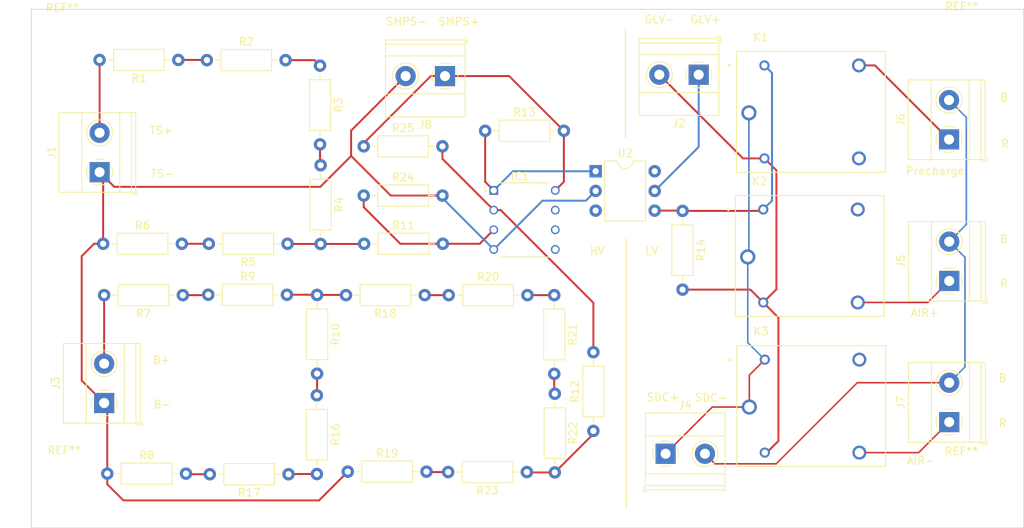
<source format=kicad_pcb>
(kicad_pcb (version 20221018) (generator pcbnew)
  (layers (0 "F.Cu" signal) (31 "B.Cu" signal) (34 "B.Paste" user) (35 "F.Paste" user) (36 "B.SilkS" user "B.Silkscreen") (37 "F.SilkS" user "F.Silkscreen") (38 "B.Mask" user) (39 "F.Mask" user) (44 "Edge.Cuts" user))
  (net 0 "")
  (net 1 "GND")
  (net 2 "VCC")
  (net 3 "Net-(IC1-1OUT)")
  (net 4 "Net-(J1-Pin_2)")
  (net 5 "SDC-")
  (net 6 "Net-(J3-Pin_2)")
  (net 7 "SDC+")
  (net 8 "AIR+")
  (net 9 "precharge")
  (net 10 "AIR-")
  (net 12 "rpower")
  (net 15 "+12V")
  (net 16 "Net-(R1-Pad1)")
  (net 17 "Net-(R2-Pad2)")
  (net 18 "Net-(R3-Pad2)")
  (net 19 "Net-(R11-Pad1)")
  (net 20 "Net-(R5-Pad2)")
  (net 21 "Net-(R7-Pad1)")
  (net 22 "Net-(R17-Pad2)")
  (net 23 "Net-(R10-Pad1)")
  (net 24 "Net-(R10-Pad2)")
  (net 25 "Net-(R12-Pad1)")
  (net 26 "Net-(R16-Pad2)")
  (net 27 "Net-(R18-Pad1)")
  (net 28 "Net-(R19-Pad2)")
  (net 29 "Net-(R20-Pad2)")
  (net 30 "Net-(R21-Pad2)")
  (net 33 "Net-(IC1-1IN-)")
  (net 34 "Net-(IC1-1IN+)")
  (net 38 "GND1")
  (footprint "Resistor_THT:R_Axial_DIN0207_L6.3mm_D2.5mm_P10.16mm_Horizontal" (layer "F.Cu") (at 101.0666 84.5058 90)
    (fp_text reference "R12" (at 5.08 -2.37 90) (layer "F.SilkS"))
    (fp_text value "100")
    (pad "1" thru_hole circle (at 0 0 90) (size 1.6 1.6) (drill 0.8) (layers "*.Cu" "*.Mask") (net 25 "Net-(R12-Pad1)"))
    (pad "2" thru_hole oval (at 10.16 0 90) (size 1.6 1.6) (drill 0.8) (layers "*.Cu" "*.Mask") (net 33 "Net-(IC1-1IN-)"))
  )
  (footprint "Resistor_THT:R_Axial_DIN0207_L6.3mm_D2.5mm_P10.16mm_Horizontal" (layer "F.Cu") (at 87.0966 45.7708)
    (fp_text reference "R13" (at 5.08 -2.37) (layer "F.SilkS"))
    (fp_text value "10k")
    (pad "1" thru_hole circle (at 0 0) (size 1.6 1.6) (drill 0.8) (layers "*.Cu" "*.Mask") (net 3 "Net-(IC1-1OUT)"))
    (pad "2" thru_hole oval (at 10.16 0) (size 1.6 1.6) (drill 0.8) (layers "*.Cu" "*.Mask") (net 15 "+12V"))
  )
  (footprint "TerminalBlock_Phoenix:TerminalBlock_Phoenix_MKDS-1,5-2-5.08_1x02_P5.08mm_Horizontal" (layer "F.Cu") (at 114.6556 38.5318 180)
    (fp_text reference "J2" (at 2.54 -6.26) (layer "F.SilkS"))
    (fp_text value "Screw_Terminal_01x02")
    (pad "1" thru_hole rect (at 0 0 180) (size 2.6 2.6) (drill 1.3) (layers "*.Cu" "*.Mask") (net 2 "VCC"))
    (pad "2" thru_hole circle (at 5.08 0 180) (size 2.6 2.6) (drill 1.3) (layers "*.Cu" "*.Mask") (net 38 "GND1"))
  )
  (footprint "Resistor_THT:R_Axial_DIN0207_L6.3mm_D2.5mm_P10.16mm_Horizontal" (layer "F.Cu") (at 65.786 37.3634 -90)
    (fp_text reference "R3" (at 5.08 -2.37 90) (layer "F.SilkS"))
    (fp_text value "82k")
    (pad "1" thru_hole circle (at 0 0 270) (size 1.6 1.6) (drill 0.8) (layers "*.Cu" "*.Mask") (net 17 "Net-(R2-Pad2)"))
    (pad "2" thru_hole oval (at 10.16 0 270) (size 1.6 1.6) (drill 0.8) (layers "*.Cu" "*.Mask") (net 18 "Net-(R3-Pad2)"))
  )
  (footprint "TerminalBlock_Phoenix:TerminalBlock_Phoenix_MKDS-1,5-2-5.08_1x02_P5.08mm_Horizontal" (layer "F.Cu") (at 37.9224 80.904 90)
    (fp_text reference "J3" (at 2.54 -6.26 90) (layer "F.SilkS"))
    (fp_text value "Conn_01x02_Socket")
    (pad "1" thru_hole rect (at 0 0 90) (size 2.6 2.6) (drill 1.3) (layers "*.Cu" "*.Mask") (net 1 "GND"))
    (pad "2" thru_hole circle (at 5.08 0 90) (size 2.6 2.6) (drill 1.3) (layers "*.Cu" "*.Mask") (net 6 "Net-(J3-Pin_2)"))
  )
  (footprint "Resistor_THT:R_Axial_DIN0207_L6.3mm_D2.5mm_P10.16mm_Horizontal" (layer "F.Cu") (at 69.3674 89.7636)
    (fp_text reference "R19" (at 5.08 -2.37) (layer "F.SilkS"))
    (fp_text value "1k")
    (pad "1" thru_hole circle (at 0 0) (size 1.6 1.6) (drill 0.8) (layers "*.Cu" "*.Mask") (net 1 "GND"))
    (pad "2" thru_hole oval (at 10.16 0) (size 1.6 1.6) (drill 0.8) (layers "*.Cu" "*.Mask") (net 28 "Net-(R19-Pad2)"))
  )
  (footprint "TerminalBlock_Phoenix:TerminalBlock_Phoenix_MKDS-1,5-2-5.08_1x02_P5.08mm_Horizontal" (layer "F.Cu") (at 81.915 38.7096 180)
    (fp_text reference "J8" (at 2.54 -6.26) (layer "F.SilkS"))
    (fp_text value "Screw_Terminal_01x02")
    (pad "1" thru_hole rect (at 0 0 180) (size 2.6 2.6) (drill 1.3) (layers "*.Cu" "*.Mask") (net 15 "+12V"))
    (pad "2" thru_hole circle (at 5.08 0 180) (size 2.6 2.6) (drill 1.3) (layers "*.Cu" "*.Mask") (net 1 "GND"))
  )
  (footprint "Resistor_THT:R_Axial_DIN0207_L6.3mm_D2.5mm_P10.16mm_Horizontal" (layer "F.Cu") (at 82.3976 66.9798)
    (fp_text reference "R20" (at 5.08 -2.37) (layer "F.SilkS"))
    (fp_text value "120k")
    (pad "1" thru_hole circle (at 0 0) (size 1.6 1.6) (drill 0.8) (layers "*.Cu" "*.Mask") (net 27 "Net-(R18-Pad1)"))
    (pad "2" thru_hole oval (at 10.16 0) (size 1.6 1.6) (drill 0.8) (layers "*.Cu" "*.Mask") (net 29 "Net-(R20-Pad2)"))
  )
  (footprint "MountingHole:MountingHole_3.5mm" (layer "F.Cu") (at 32.5374 34.3916)
    (fp_text reference "REF**" (at 0 -4.5) (layer "F.SilkS"))
    (fp_text value "MountingHole_3.5mm")
    (pad "" np_thru_hole circle (at 0 0) (size 3.5 3.5) (drill 3.5) (layers "*.Cu" "*.Mask"))
  )
  (footprint "Package_DIP:DIP-6_W7.62mm" (layer "F.Cu") (at 101.356 50.9928)
    (fp_text reference "U2" (at 3.81 -2.33) (layer "F.SilkS"))
    (fp_text value "4N35")
    (pad "1" thru_hole rect (at 0 0) (size 1.6 1.6) (drill 0.8) (layers "*.Cu" "*.Mask") (net 3 "Net-(IC1-1OUT)"))
    (pad "2" thru_hole oval (at 0 2.54) (size 1.6 1.6) (drill 0.8) (layers "*.Cu" "*.Mask") (net 1 "GND"))
    (pad "3" thru_hole oval (at 0 5.08) (size 1.6 1.6) (drill 0.8) (layers "*.Cu" "*.Mask"))
    (pad "4" thru_hole oval (at 7.62 5.08) (size 1.6 1.6) (drill 0.8) (layers "*.Cu" "*.Mask") (net 12 "rpower"))
    (pad "5" thru_hole oval (at 7.62 2.54) (size 1.6 1.6) (drill 0.8) (layers "*.Cu" "*.Mask") (net 2 "VCC"))
    (pad "6" thru_hole oval (at 7.62 0) (size 1.6 1.6) (drill 0.8) (layers "*.Cu" "*.Mask"))
  )
  (footprint "TerminalBlock_Phoenix:TerminalBlock_Phoenix_MKDS-1,5-2-5.08_1x02_P5.08mm_Horizontal" (layer "F.Cu") (at 110.3834 87.4524)
    (fp_text reference "J4" (at 2.54 -6.26) (layer "F.SilkS"))
    (fp_text value "Screw_Terminal_01x02")
    (pad "1" thru_hole rect (at 0 0) (size 2.6 2.6) (drill 1.3) (layers "*.Cu" "*.Mask") (net 7 "SDC+"))
    (pad "2" thru_hole circle (at 5.08 0) (size 2.6 2.6) (drill 1.3) (layers "*.Cu" "*.Mask") (net 5 "SDC-"))
  )
  (footprint "Resistor_THT:R_Axial_DIN0207_L6.3mm_D2.5mm_P10.16mm_Horizontal" (layer "F.Cu") (at 71.4248 47.7774)
    (fp_text reference "R25" (at 5.08 -2.37) (layer "F.SilkS"))
    (fp_text value "10k")
    (pad "1" thru_hole circle (at 0 0) (size 1.6 1.6) (drill 0.8) (layers "*.Cu" "*.Mask") (net 15 "+12V"))
    (pad "2" thru_hole oval (at 10.16 0) (size 1.6 1.6) (drill 0.8) (layers "*.Cu" "*.Mask") (net 33 "Net-(IC1-1IN-)"))
  )
  (footprint "Resistor_THT:R_Axial_DIN0207_L6.3mm_D2.5mm_P10.16mm_Horizontal" (layer "F.Cu") (at 71.4756 60.3504)
    (fp_text reference "R11" (at 5.08 -2.37) (layer "F.SilkS"))
    (fp_text value "100")
    (pad "1" thru_hole circle (at 0 0) (size 1.6 1.6) (drill 0.8) (layers "*.Cu" "*.Mask") (net 19 "Net-(R11-Pad1)"))
    (pad "2" thru_hole oval (at 10.16 0) (size 1.6 1.6) (drill 0.8) (layers "*.Cu" "*.Mask") (net 34 "Net-(IC1-1IN+)"))
  )
  (footprint "Resistor_THT:R_Axial_DIN0207_L6.3mm_D2.5mm_P10.16mm_Horizontal" (layer "F.Cu") (at 65.3796 79.9084 -90)
    (fp_text reference "R16" (at 5.08 -2.37 90) (layer "F.SilkS"))
    (fp_text value "120k")
    (pad "1" thru_hole circle (at 0 0 270) (size 1.6 1.6) (drill 0.8) (layers "*.Cu" "*.Mask") (net 24 "Net-(R10-Pad2)"))
    (pad "2" thru_hole oval (at 10.16 0 270) (size 1.6 1.6) (drill 0.8) (layers "*.Cu" "*.Mask") (net 26 "Net-(R16-Pad2)"))
  )
  (footprint "TerminalBlock_Phoenix:TerminalBlock_Phoenix_MKDS-1,5-2-5.08_1x02_P5.08mm_Horizontal" (layer "F.Cu") (at 146.9898 83.3628 90)
    (fp_text reference "J7" (at 2.54 -6.26 90) (layer "F.SilkS"))
    (fp_text value "Screw_Terminal_01x02")
    (pad "1" thru_hole rect (at 0 0 90) (size 2.6 2.6) (drill 1.3) (layers "*.Cu" "*.Mask") (net 10 "AIR-"))
    (pad "2" thru_hole circle (at 5.08 0 90) (size 2.6 2.6) (drill 1.3) (layers "*.Cu" "*.Mask") (net 5 "SDC-"))
  )
  (footprint "Resistor_THT:R_Axial_DIN0207_L6.3mm_D2.5mm_P10.16mm_Horizontal" (layer "F.Cu") (at 61.595 60.3504 180)
    (fp_text reference "R5" (at 5.08 -2.37) (layer "F.SilkS"))
    (fp_text value "1k")
    (pad "1" thru_hole circle (at 0 0 180) (size 1.6 1.6) (drill 0.8) (layers "*.Cu" "*.Mask") (net 19 "Net-(R11-Pad1)"))
    (pad "2" thru_hole oval (at 10.16 0 180) (size 1.6 1.6) (drill 0.8) (layers "*.Cu" "*.Mask") (net 20 "Net-(R5-Pad2)"))
  )
  (footprint "Resistor_THT:R_Axial_DIN0207_L6.3mm_D2.5mm_P10.16mm_Horizontal" (layer "F.Cu") (at 96.012 66.9798 -90)
    (fp_text reference "R21" (at 5.08 -2.37 90) (layer "F.SilkS"))
    (fp_text value "82k")
    (pad "1" thru_hole circle (at 0 0 270) (size 1.6 1.6) (drill 0.8) (layers "*.Cu" "*.Mask") (net 29 "Net-(R20-Pad2)"))
    (pad "2" thru_hole oval (at 10.16 0 270) (size 1.6 1.6) (drill 0.8) (layers "*.Cu" "*.Mask") (net 30 "Net-(R21-Pad2)"))
  )
  (footprint "MountingHole:MountingHole_3.5mm" (layer "F.Cu") (at 148.59 34.2392)
    (fp_text reference "REF**" (at 0 -4.5) (layer "F.SilkS"))
    (fp_text value "MountingHole_3.5mm")
    (pad "" np_thru_hole circle (at 0 0) (size 3.5 3.5) (drill 3.5) (layers "*.Cu" "*.Mask"))
  )
  (footprint "Resistor_THT:R_Axial_DIN0207_L6.3mm_D2.5mm_P10.16mm_Horizontal" (layer "F.Cu") (at 61.722 90.0938 180)
    (fp_text reference "R17" (at 5.08 -2.37) (layer "F.SilkS"))
    (fp_text value "82k")
    (pad "1" thru_hole circle (at 0 0 180) (size 1.6 1.6) (drill 0.8) (layers "*.Cu" "*.Mask") (net 26 "Net-(R16-Pad2)"))
    (pad "2" thru_hole oval (at 10.16 0 180) (size 1.6 1.6) (drill 0.8) (layers "*.Cu" "*.Mask") (net 22 "Net-(R17-Pad2)"))
  )
  (footprint "SRD-12VDC-SL-C:RELAY_SRD-12VDC-SL-C" (layer "F.Cu") (at 129.2397 43.3324)
    (fp_text reference "K1" (at -6.575 -9.635) (layer "F.SilkS"))
    (fp_text value "SRD-12VDC-SL-C")
    (pad "COIL1" thru_hole circle (at -6.1 -6) (size 1.308 1.308) (drill 0.8) (layers "*.Cu" "*.Mask") (net 12 "rpower"))
    (pad "COIL2" thru_hole circle (at -6.1 6) (size 1.308 1.308) (drill 0.8) (layers "*.Cu" "*.Mask") (net 38 "GND1"))
    (pad "COM" thru_hole circle (at -8.1 0.12) (size 1.95 1.95) (drill 1.3) (layers "*.Cu" "*.Mask") (net 7 "SDC+"))
    (pad "NC" thru_hole circle (at 6.1 -6) (size 1.8 1.8) (drill 1.2) (layers "*.Cu" "*.Mask") (net 9 "precharge"))
    (pad "NO" thru_hole circle (at 6.1 6) (size 1.8 1.8) (drill 1.2) (layers "*.Cu" "*.Mask"))
  )
  (footprint "Resistor_THT:R_Axial_DIN0207_L6.3mm_D2.5mm_P10.16mm_Horizontal" (layer "F.Cu") (at 65.405 66.9544 -90)
    (fp_text reference "R10" (at 5.08 -2.37 90) (layer "F.SilkS"))
    (fp_text value "120k")
    (pad "1" thru_hole circle (at 0 0 270) (size 1.6 1.6) (drill 0.8) (layers "*.Cu" "*.Mask") (net 23 "Net-(R10-Pad1)"))
    (pad "2" thru_hole oval (at 10.16 0 270) (size 1.6 1.6) (drill 0.8) (layers "*.Cu" "*.Mask") (net 24 "Net-(R10-Pad2)"))
  )
  (footprint "Resistor_THT:R_Axial_DIN0207_L6.3mm_D2.5mm_P10.16mm_Horizontal" (layer "F.Cu") (at 51.181 36.6522)
    (fp_text reference "R2" (at 5.08 -2.37) (layer "F.SilkS"))
    (fp_text value "120k")
    (pad "1" thru_hole circle (at 0 0) (size 1.6 1.6) (drill 0.8) (layers "*.Cu" "*.Mask") (net 16 "Net-(R1-Pad1)"))
    (pad "2" thru_hole oval (at 10.16 0) (size 1.6 1.6) (drill 0.8) (layers "*.Cu" "*.Mask") (net 17 "Net-(R2-Pad2)"))
  )
  (footprint "LM393P THT:DIP794W45P254L959H508Q8" (layer "F.Cu") (at 92.1766 57.277)
    (fp_text reference "IC1" (at -0.565 -5.607) (layer "F.SilkS"))
    (fp_text value "LM393AN")
    (pad "1" thru_hole rect (at -3.97 -3.81) (size 1.13 1.13) (drill 0.78) (layers "*.Cu" "*.Mask") (net 3 "Net-(IC1-1OUT)"))
    (pad "2" thru_hole circle (at -3.97 -1.27) (size 1.13 1.13) (drill 0.78) (layers "*.Cu" "*.Mask") (net 33 "Net-(IC1-1IN-)"))
    (pad "3" thru_hole circle (at -3.97 1.27) (size 1.13 1.13) (drill 0.78) (layers "*.Cu" "*.Mask") (net 34 "Net-(IC1-1IN+)"))
    (pad "4" thru_hole circle (at -3.97 3.81) (size 1.13 1.13) (drill 0.78) (layers "*.Cu" "*.Mask") (net 1 "GND"))
    (pad "5" thru_hole circle (at 3.97 3.81) (size 1.13 1.13) (drill 0.78) (layers "*.Cu" "*.Mask"))
    (pad "6" thru_hole circle (at 3.97 1.27) (size 1.13 1.13) (drill 0.78) (layers "*.Cu" "*.Mask"))
    (pad "7" thru_hole circle (at 3.97 -1.27) (size 1.13 1.13) (drill 0.78) (layers "*.Cu" "*.Mask"))
    (pad "8" thru_hole circle (at 3.97 -3.81) (size 1.13 1.13) (drill 0.78) (layers "*.Cu" "*.Mask") (net 15 "+12V"))
  )
  (footprint "Resistor_THT:R_Axial_DIN0207_L6.3mm_D2.5mm_P10.16mm_Horizontal" (layer "F.Cu") (at 92.4814 89.8144 180)
    (fp_text reference "R23" (at 5.08 -2.37) (layer "F.SilkS"))
    (fp_text value "1k")
    (pad "1" thru_hole circle (at 0 0 180) (size 1.6 1.6) (drill 0.8) (layers "*.Cu" "*.Mask") (net 25 "Net-(R12-Pad1)"))
    (pad "2" thru_hole oval (at 10.16 0 180) (size 1.6 1.6) (drill 0.8) (layers "*.Cu" "*.Mask") (net 28 "Net-(R19-Pad2)"))
  )
  (footprint "Resistor_THT:R_Axial_DIN0207_L6.3mm_D2.5mm_P10.16mm_Horizontal" (layer "F.Cu") (at 51.3588 66.929)
    (fp_text reference "R9" (at 5.08 -2.37) (layer "F.SilkS"))
    (fp_text value "10k")
    (pad "1" thru_hole circle (at 0 0) (size 1.6 1.6) (drill 0.8) (layers "*.Cu" "*.Mask") (net 21 "Net-(R7-Pad1)"))
    (pad "2" thru_hole oval (at 10.16 0) (size 1.6 1.6) (drill 0.8) (layers "*.Cu" "*.Mask") (net 23 "Net-(R10-Pad1)"))
  )
  (footprint "SRD-12VDC-SL-C:RELAY_SRD-12VDC-SL-C" (layer "F.Cu") (at 129.2905 81.3054)
    (fp_text reference "K3" (at -6.575 -9.635) (layer "F.SilkS"))
    (fp_text value "SRD-12VDC-SL-C")
    (pad "COIL1" thru_hole circle (at -6.1 -6) (size 1.308 1.308) (drill 0.8) (layers "*.Cu" "*.Mask") (net 7 "SDC+"))
    (pad "COIL2" thru_hole circle (at -6.1 6) (size 1.308 1.308) (drill 0.8) (layers "*.Cu" "*.Mask") (net 38 "GND1"))
    (pad "COM" thru_hole circle (at -8.1 0.12) (size 1.95 1.95) (drill 1.3) (layers "*.Cu" "*.Mask") (net 7 "SDC+"))
    (pad "NC" thru_hole circle (at 6.1 -6) (size 1.8 1.8) (drill 1.2) (layers "*.Cu" "*.Mask"))
    (pad "NO" thru_hole circle (at 6.1 6) (size 1.8 1.8) (drill 1.2) (layers "*.Cu" "*.Mask") (net 10 "AIR-"))
  )
  (footprint "SRD-12VDC-SL-C:RELAY_SRD-12VDC-SL-C" (layer "F.Cu") (at 129.0873 61.9252)
    (fp_text reference "K2" (at -6.575 -9.635) (layer "F.SilkS"))
    (fp_text value "SRD-12VDC-SL-C")
    (pad "COIL1" thru_hole circle (at -6.1 -6) (size 1.308 1.308) (drill 0.8) (layers "*.Cu" "*.Mask") (net 12 "rpower"))
    (pad "COIL2" thru_hole circle (at -6.1 6) (size 1.308 1.308) (drill 0.8) (layers "*.Cu" "*.Mask") (net 38 "GND1"))
    (pad "COM" thru_hole circle (at -8.1 0.12) (size 1.95 1.95) (drill 1.3) (layers "*.Cu" "*.Mask") (net 7 "SDC+"))
    (pad "NC" thru_hole circle (at 6.1 -6) (size 1.8 1.8) (drill 1.2) (layers "*.Cu" "*.Mask"))
    (pad "NO" thru_hole circle (at 6.1 6) (size 1.8 1.8) (drill 1.2) (layers "*.Cu" "*.Mask") (net 8 "AIR+"))
  )
  (footprint "TerminalBlock_Phoenix:TerminalBlock_Phoenix_MKDS-1,5-2-5.08_1x02_P5.08mm_Horizontal" (layer "F.Cu") (at 37.3382 51.1098 90)
    (fp_text reference "J1" (at 2.54 -6.26 90) (layer "F.SilkS"))
    (fp_text value "Conn_01x02_Socket")
    (pad "1" thru_hole rect (at 0 0 90) (size 2.6 2.6) (drill 1.3) (layers "*.Cu" "*.Mask") (net 1 "GND"))
    (pad "2" thru_hole circle (at 5.08 0 90) (size 2.6 2.6) (drill 1.3) (layers "*.Cu" "*.Mask") (net 4 "Net-(J1-Pin_2)"))
  )
  (footprint "MountingHole:MountingHole_3.5mm" (layer "F.Cu") (at 148.5646 91.6178)
    (fp_text reference "REF**" (at 0 -4.5) (layer "F.SilkS"))
    (fp_text value "MountingHole_3.5mm")
    (pad "" np_thru_hole circle (at 0 0) (size 3.5 3.5) (drill 3.5) (layers "*.Cu" "*.Mask"))
  )
  (footprint "Resistor_THT:R_Axial_DIN0207_L6.3mm_D2.5mm_P10.16mm_Horizontal" (layer "F.Cu") (at 38.3286 90.0176)
    (fp_text reference "R8" (at 5.08 -2.37) (layer "F.SilkS"))
    (fp_text value "64k")
    (pad "1" thru_hole circle (at 0 0) (size 1.6 1.6) (drill 0.8) (layers "*.Cu" "*.Mask") (net 1 "GND"))
    (pad "2" thru_hole oval (at 10.16 0) (size 1.6 1.6) (drill 0.8) (layers "*.Cu" "*.Mask") (net 22 "Net-(R17-Pad2)"))
  )
  (footprint "Resistor_THT:R_Axial_DIN0207_L6.3mm_D2.5mm_P10.16mm_Horizontal" (layer "F.Cu") (at 96.0882 79.7052 -90)
    (fp_text reference "R22" (at 5.08 -2.37 90) (layer "F.SilkS"))
    (fp_text value "1k")
    (pad "1" thru_hole circle (at 0 0 270) (size 1.6 1.6) (drill 0.8) (layers "*.Cu" "*.Mask") (net 30 "Net-(R21-Pad2)"))
    (pad "2" thru_hole oval (at 10.16 0 270) (size 1.6 1.6) (drill 0.8) (layers "*.Cu" "*.Mask") (net 25 "Net-(R12-Pad1)"))
  )
  (footprint "TerminalBlock_Phoenix:TerminalBlock_Phoenix_MKDS-1,5-2-5.08_1x02_P5.08mm_Horizontal" (layer "F.Cu") (at 146.9644 46.8884 90)
    (fp_text reference "J6" (at 2.54 -6.26 90) (layer "F.SilkS"))
    (fp_text value "Screw_Terminal_01x02")
    (pad "1" thru_hole rect (at 0 0 90) (size 2.6 2.6) (drill 1.3) (layers "*.Cu" "*.Mask") (net 9 "precharge"))
    (pad "2" thru_hole circle (at 5.08 0 90) (size 2.6 2.6) (drill 1.3) (layers "*.Cu" "*.Mask") (net 5 "SDC-"))
  )
  (footprint "Resistor_THT:R_Axial_DIN0207_L6.3mm_D2.5mm_P10.16mm_Horizontal" (layer "F.Cu") (at 112.5728 56.1086 -90)
    (fp_text reference "R14" (at 5.08 -2.37 90) (layer "F.SilkS"))
    (fp_text value "10k")
    (pad "1" thru_hole circle (at 0 0 270) (size 1.6 1.6) (drill 0.8) (layers "*.Cu" "*.Mask") (net 12 "rpower"))
    (pad "2" thru_hole oval (at 10.16 0 270) (size 1.6 1.6) (drill 0.8) (layers "*.Cu" "*.Mask") (net 38 "GND1"))
  )
  (footprint "MountingHole:MountingHole_3.5mm" (layer "F.Cu") (at 32.766 91.5162)
    (fp_text reference "REF**" (at 0 -4.5) (layer "F.SilkS"))
    (fp_text value "MountingHole_3.5mm")
    (pad "" np_thru_hole circle (at 0 0) (size 3.5 3.5) (drill 3.5) (layers "*.Cu" "*.Mask"))
  )
  (footprint "Resistor_THT:R_Axial_DIN0207_L6.3mm_D2.5mm_P10.16mm_Horizontal" (layer "F.Cu") (at 37.7952 60.3504)
    (fp_text reference "R6" (at 5.08 -2.37) (layer "F.SilkS"))
    (fp_text value "1k")
    (pad "1" thru_hole circle (at 0 0) (size 1.6 1.6) (drill 0.8) (layers "*.Cu" "*.Mask") (net 1 "GND"))
    (pad "2" thru_hole oval (at 10.16 0) (size 1.6 1.6) (drill 0.8) (layers "*.Cu" "*.Mask") (net 20 "Net-(R5-Pad2)"))
  )
  (footprint "Resistor_THT:R_Axial_DIN0207_L6.3mm_D2.5mm_P10.16mm_Horizontal" (layer "F.Cu") (at 47.498 36.6268 180)
    (fp_text reference "R1" (at 5.08 -2.37) (layer "F.SilkS"))
    (fp_text value "120k")
    (pad "1" thru_hole circle (at 0 0 180) (size 1.6 1.6) (drill 0.8) (layers "*.Cu" "*.Mask") (net 16 "Net-(R1-Pad1)"))
    (pad "2" thru_hole oval (at 10.16 0 180) (size 1.6 1.6) (drill 0.8) (layers "*.Cu" "*.Mask") (net 4 "Net-(J1-Pin_2)"))
  )
  (footprint "Resistor_THT:R_Axial_DIN0207_L6.3mm_D2.5mm_P10.16mm_Horizontal" (layer "F.Cu") (at 48.0822 66.9798 180)
    (fp_text reference "R7" (at 5.08 -2.37) (layer "F.SilkS"))
    (fp_text value "10k")
    (pad "1" thru_hole circle (at 0 0 180) (size 1.6 1.6) (drill 0.8) (layers "*.Cu" "*.Mask") (net 21 "Net-(R7-Pad1)"))
    (pad "2" thru_hole oval (at 10.16 0 180) (size 1.6 1.6) (drill 0.8) (layers "*.Cu" "*.Mask") (net 6 "Net-(J3-Pin_2)"))
  )
  (footprint "Resistor_THT:R_Axial_DIN0207_L6.3mm_D2.5mm_P10.16mm_Horizontal" (layer "F.Cu") (at 71.4248 54.1274)
    (fp_text reference "R24" (at 5.08 -2.37) (layer "F.SilkS"))
    (fp_text value "10k")
    (pad "1" thru_hole circle (at 0 0) (size 1.6 1.6) (drill 0.8) (layers "*.Cu" "*.Mask") (net 34 "Net-(IC1-1IN+)"))
    (pad "2" thru_hole oval (at 10.16 0) (size 1.6 1.6) (drill 0.8) (layers "*.Cu" "*.Mask") (net 1 "GND"))
  )
  (footprint "Resistor_THT:R_Axial_DIN0207_L6.3mm_D2.5mm_P10.16mm_Horizontal" (layer "F.Cu") (at 79.2988 66.9798 180)
    (fp_text reference "R18" (at 5.08 -2.37) (layer "F.SilkS"))
    (fp_text value "120k")
    (pad "1" thru_hole circle (at 0 0 180) (size 1.6 1.6) (drill 0.8) (layers "*.Cu" "*.Mask") (net 27 "Net-(R18-Pad1)"))
    (pad "2" thru_hole oval (at 10.16 0 180) (size 1.6 1.6) (drill 0.8) (layers "*.Cu" "*.Mask") (net 23 "Net-(R10-Pad1)"))
  )
  (footprint "Resistor_THT:R_Axial_DIN0207_L6.3mm_D2.5mm_P10.16mm_Horizontal" (layer "F.Cu") (at 65.8622 50.2158 -90)
    (fp_text reference "R4" (at 5.08 -2.37 90) (layer "F.SilkS"))
    (fp_text value "1k")
    (pad "1" thru_hole circle (at 0 0 270) (size 1.6 1.6) (drill 0.8) (layers "*.Cu" "*.Mask") (net 18 "Net-(R3-Pad2)"))
    (pad "2" thru_hole oval (at 10.16 0 270) (size 1.6 1.6) (drill 0.8) (layers "*.Cu" "*.Mask") (net 19 "Net-(R11-Pad1)"))
  )
  (footprint "TerminalBlock_Phoenix:TerminalBlock_Phoenix_MKDS-1,5-2-5.08_1x02_P5.08mm_Horizontal" (layer "F.Cu") (at 146.9898 65.151 90)
    (fp_text reference "J5" (at 2.54 -6.26 90) (layer "F.SilkS"))
    (fp_text value "Screw_Terminal_01x02")
    (pad "1" thru_hole rect (at 0 0 90) (size 2.6 2.6) (drill 1.3) (layers "*.Cu" "*.Mask") (net 8 "AIR+"))
    (pad "2" thru_hole circle (at 5.08 0 90) (size 2.6 2.6) (drill 1.3) (layers "*.Cu" "*.Mask") (net 5 "SDC-"))
  )
  (gr_line (start 105.3338 59.7154) (end 105.3338 94.4118) (stroke (width 0.15)) (layer "F.SilkS"))
  (gr_line (start 105.2068 46.6852) (end 105.2068 32.6136) (stroke (width 0.15)) (layer "F.SilkS"))
  (gr_rect (start 28.5115 30.099) (end 156.6037 97.028) (stroke (width 0.1)) (fill none) (layer "Edge.Cuts"))
  (gr_text "TS-" (at 43.8404 51.8922) (layer "F.SilkS") (effects (font (size 1 1)) (justify left bottom)))
  (gr_text "B" (at 153.4668 42.037) (layer "F.SilkS") (effects (font (size 1 1)) (justify left bottom)))
  (gr_text "R" (at 153.289 84.074) (layer "F.SilkS") (effects (font (size 1 1)) (justify left bottom)))
  (gr_text "AIR+" (at 141.9352 69.85) (layer "F.SilkS") (effects (font (size 1 1)) (justify left bottom)))
  (gr_text "GLV-" (at 107.569 31.9532) (layer "F.SilkS") (effects (font (size 1 1)) (justify left bottom)))
  (gr_text "R" (at 153.4414 66.04) (layer "F.SilkS") (effects (font (size 1 1)) (justify left bottom)))
  (gr_text "SDC-" (at 114.0968 80.7974) (layer "F.SilkS") (effects (font (size 1 1)) (justify left bottom)))
  (gr_text "HV" (at 100.5078 61.8744) (layer "F.SilkS") (effects (font (size 1 1)) (justify left bottom)))
  (gr_text "GLV+" (at 113.4872 31.9532) (layer "F.SilkS") (effects (font (size 1 1)) (justify left bottom)))
  (gr_text "B" (at 153.401453 60.327185) (layer "F.SilkS") (effects (font (size 1 1)) (justify left bottom)))
  (gr_text "Precharge" (at 141.3002 51.5366) (layer "F.SilkS") (effects (font (size 1 1)) (justify left bottom)))
  (gr_text "B-" (at 44.2214 81.661) (layer "F.SilkS") (effects (font (size 1 1)) (justify left bottom)))
  (gr_text "LV" (at 107.6452 61.8744) (layer "F.SilkS") (effects (font (size 1 1)) (justify left bottom)))
  (gr_text "B+" (at 44.1198 75.946) (layer "F.SilkS") (effects (font (size 1 1)) (justify left bottom)))
  (gr_text "B" (at 153.289 78.2574) (layer "F.SilkS") (effects (font (size 1 1)) (justify left bottom)))
  (gr_text "SMPS-" (at 74.1934 32.258) (layer "F.SilkS") (effects (font (size 1 1)) (justify left bottom)))
  (gr_text "AIR-" (at 141.4272 88.9254) (layer "F.SilkS") (effects (font (size 1 1)) (justify left bottom)))
  (gr_text "SDC+" (at 107.8484 80.7466) (layer "F.SilkS") (effects (font (size 1 1)) (justify left bottom)))
  (gr_text "R" (at 153.5938 48.006) (layer "F.SilkS") (effects (font (size 1 1)) (justify left bottom)))
  (gr_text "TS+" (at 43.7134 46.3042) (layer "F.SilkS") (effects (font (size 1 1)) (justify left bottom)))
  (gr_text "SMPS+" (at 80.9752 32.258) (layer "F.SilkS") (effects (font (size 1 1)) (justify left bottom)))
  (segment (start 38.3286 91.3892) (end 40.4114 93.472) (width 0.25) (layer "F.Cu") (net 1))
  (segment (start 38.3286 81.3102) (end 37.9224 80.904) (width 0.25) (layer "F.Cu") (net 1))
  (segment (start 74.9046 54.1274) (end 81.5848 54.1274) (width 0.25) (layer "F.Cu") (net 1))
  (segment (start 37.3382 51.1098) (end 39.2308 53.0024) (width 0.25) (layer "F.Cu") (net 1))
  (segment (start 65.8188 53.0024) (end 69.7992 49.022) (width 0.25) (layer "F.Cu") (net 1))
  (segment (start 76.835 38.7096) (end 69.7992 45.7454) (width 0.25) (layer "F.Cu") (net 1))
  (segment (start 39.2308 53.0024) (end 65.8188 53.0024) (width 0.25) (layer "F.Cu") (net 1))
  (segment (start 38.3286 90.0176) (end 38.3286 91.3892) (width 0.25) (layer "F.Cu") (net 1))
  (segment (start 36.6268 60.3504) (end 35.0266 61.9506) (width 0.25) (layer "F.Cu") (net 1))
  (segment (start 38.3286 90.0176) (end 38.3286 81.3102) (width 0.25) (layer "F.Cu") (net 1))
  (segment (start 37.7952 51.5668) (end 37.3382 51.1098) (width 0.25) (layer "F.Cu") (net 1))
  (segment (start 37.7952 60.3504) (end 36.6268 60.3504) (width 0.25) (layer "F.Cu") (net 1))
  (segment (start 40.4114 93.472) (end 65.659 93.472) (width 0.25) (layer "F.Cu") (net 1))
  (segment (start 69.7992 49.022) (end 74.9046 54.1274) (width 0.25) (layer "F.Cu") (net 1))
  (segment (start 37.7952 60.3504) (end 37.7952 51.5668) (width 0.25) (layer "F.Cu") (net 1))
  (segment (start 69.7992 45.7454) (end 69.7992 49.022) (width 0.25) (layer "F.Cu") (net 1))
  (segment (start 35.0266 61.9506) (end 35.0266 78.0082) (width 0.25) (layer "F.Cu") (net 1))
  (segment (start 65.659 93.472) (end 69.3674 89.7636) (width 0.25) (layer "F.Cu") (net 1))
  (segment (start 35.0266 78.0082) (end 37.9224 80.904) (width 0.25) (layer "F.Cu") (net 1))
  (segment (start 94.5058 54.7878) (end 100.101 54.7878) (width 0.25) (layer "B.Cu") (net 1))
  (segment (start 88.2066 61.087) (end 81.5848 54.4652) (width 0.25) (layer "B.Cu") (net 1))
  (segment (start 81.5848 54.4652) (end 81.5848 54.1274) (width 0.25) (layer "B.Cu") (net 1))
  (segment (start 100.101 54.7878) (end 101.356 53.5328) (width 0.25) (layer "B.Cu") (net 1))
  (segment (start 88.2066 61.087) (end 94.5058 54.7878) (width 0.25) (layer "B.Cu") (net 1))
  (segment (start 108.976 53.5328) (end 114.6556 47.8532) (width 0.25) (layer "B.Cu") (net 2))
  (segment (start 114.6556 47.8532) (end 114.6556 38.5318) (width 0.25) (layer "B.Cu") (net 2))
  (segment (start 87.0966 52.357) (end 88.2066 53.467) (width 0.25) (layer "F.Cu") (net 3))
  (segment (start 87.0966 45.7708) (end 87.0966 52.357) (width 0.25) (layer "F.Cu") (net 3))
  (segment (start 88.2066 53.467) (end 90.6808 50.9928) (width 0.25) (layer "B.Cu") (net 3))
  (segment (start 90.6808 50.9928) (end 101.356 50.9928) (width 0.25) (layer "B.Cu") (net 3))
  (segment (start 37.3382 36.627) (end 37.338 36.6268) (width 0.25) (layer "F.Cu") (net 4))
  (segment (start 37.3382 46.0298) (end 37.3382 36.627) (width 0.25) (layer "F.Cu") (net 4))
  (segment (start 146.9898 78.2828) (end 135.128 78.2828) (width 0.2) (layer "F.Cu") (net 5))
  (segment (start 116.7634 88.7524) (end 115.4634 87.4524) (width 0.2) (layer "F.Cu") (net 5))
  (segment (start 124.6584 88.7524) (end 116.7634 88.7524) (width 0.2) (layer "F.Cu") (net 5))
  (segment (start 135.128 78.2828) (end 124.6584 88.7524) (width 0.2) (layer "F.Cu") (net 5))
  (segment (start 149.0218 76.2508) (end 149.0218 62.103) (width 0.2) (layer "B.Cu") (net 5))
  (segment (start 149.1996 44.0436) (end 146.9644 41.8084) (width 0.2) (layer "B.Cu") (net 5))
  (segment (start 149.1996 57.8612) (end 149.1996 44.0436) (width 0.2) (layer "B.Cu") (net 5))
  (segment (start 149.0218 62.103) (end 146.9898 60.071) (width 0.2) (layer "B.Cu") (net 5))
  (segment (start 146.9898 78.2828) (end 149.0218 76.2508) (width 0.2) (layer "B.Cu") (net 5))
  (segment (start 146.9898 60.071) (end 149.1996 57.8612) (width 0.2) (layer "B.Cu") (net 5))
  (segment (start 37.9222 66.9798) (end 37.9222 75.8238) (width 0.25) (layer "F.Cu") (net 6))
  (segment (start 37.9222 75.8238) (end 37.9224 75.824) (width 0.25) (layer "F.Cu") (net 6))
  (segment (start 116.4104 81.4254) (end 121.1905 81.4254) (width 0.2) (layer "F.Cu") (net 7))
  (segment (start 121.1905 81.4254) (end 121.1905 77.3054) (width 0.2) (layer "F.Cu") (net 7))
  (segment (start 110.3834 87.4524) (end 116.4104 81.4254) (width 0.2) (layer "F.Cu") (net 7))
  (segment (start 121.1905 77.3054) (end 123.1905 75.3054) (width 0.2) (layer "F.Cu") (net 7))
  (segment (start 120.9873 62.0452) (end 120.9873 73.1022) (width 0.2) (layer "B.Cu") (net 7))
  (segment (start 120.9873 73.1022) (end 123.1905 75.3054) (width 0.2) (layer "B.Cu") (net 7))
  (segment (start 121.1397 61.8928) (end 120.9873 62.0452) (width 0.2) (layer "B.Cu") (net 7))
  (segment (start 121.1397 43.4524) (end 121.1397 61.8928) (width 0.2) (layer "B.Cu") (net 7))
  (segment (start 135.1873 67.9252) (end 144.2156 67.9252) (width 0.2) (layer "F.Cu") (net 8))
  (segment (start 144.2156 67.9252) (end 146.9898 65.151) (width 0.2) (layer "F.Cu") (net 8))
  (segment (start 137.4084 37.3324) (end 146.9644 46.8884) (width 0.25) (layer "F.Cu") (net 9))
  (segment (start 135.3397 37.3324) (end 137.4084 37.3324) (width 0.25) (layer "F.Cu") (net 9))
  (segment (start 143.0472 87.3054) (end 146.9898 83.3628) (width 0.2) (layer "F.Cu") (net 10))
  (segment (start 135.3905 87.3054) (end 143.0472 87.3054) (width 0.2) (layer "F.Cu") (net 10))
  (segment (start 112.537 56.0728) (end 112.5728 56.1086) (width 0.25) (layer "F.Cu") (net 12))
  (segment (start 122.8039 56.1086) (end 122.9873 55.9252) (width 0.25) (layer "F.Cu") (net 12))
  (segment (start 108.976 56.0728) (end 112.537 56.0728) (width 0.25) (layer "F.Cu") (net 12))
  (segment (start 112.5728 56.1086) (end 122.8039 56.1086) (width 0.25) (layer "F.Cu") (net 12))
  (segment (start 124.1187 38.3114) (end 123.1397 37.3324) (width 0.25) (layer "B.Cu") (net 12))
  (segment (start 122.9873 55.9252) (end 124.1187 54.7938) (width 0.25) (layer "B.Cu") (net 12))
  (segment (start 124.1187 54.7938) (end 124.1187 38.3114) (width 0.25) (layer "B.Cu") (net 12))
  (segment (start 81.915 38.7096) (end 80.0862 38.7096) (width 0.25) (layer "F.Cu") (net 15))
  (segment (start 81.915 38.7096) (end 90.1954 38.7096) (width 0.25) (layer "F.Cu") (net 15))
  (segment (start 90.1954 38.7096) (end 97.2566 45.7708) (width 0.25) (layer "F.Cu") (net 15))
  (segment (start 80.0862 38.7096) (end 71.4248 47.371) (width 0.25) (layer "F.Cu") (net 15))
  (segment (start 97.2566 52.357) (end 96.1466 53.467) (width 0.25) (layer "F.Cu") (net 15))
  (segment (start 71.4248 47.371) (end 71.4248 47.7774) (width 0.25) (layer "F.Cu") (net 15))
  (segment (start 97.2566 45.7708) (end 97.2566 52.357) (width 0.25) (layer "F.Cu") (net 15))
  (segment (start 47.498 36.6268) (end 51.1556 36.6268) (width 0.25) (layer "F.Cu") (net 16))
  (segment (start 51.1556 36.6268) (end 51.181 36.6522) (width 0.25) (layer "F.Cu") (net 16))
  (segment (start 65.0748 36.6522) (end 65.786 37.3634) (width 0.25) (layer "F.Cu") (net 17))
  (segment (start 61.341 36.6522) (end 65.0748 36.6522) (width 0.25) (layer "F.Cu") (net 17))
  (segment (start 65.786 47.5234) (end 65.786 50.1396) (width 0.25) (layer "F.Cu") (net 18))
  (segment (start 65.786 50.1396) (end 65.8622 50.2158) (width 0.25) (layer "F.Cu") (net 18))
  (segment (start 65.8622 60.3758) (end 61.6204 60.3758) (width 0.25) (layer "F.Cu") (net 19))
  (segment (start 71.4502 60.3758) (end 71.4756 60.3504) (width 0.25) (layer "F.Cu") (net 19))
  (segment (start 61.6204 60.3758) (end 61.595 60.3504) (width 0.25) (layer "F.Cu") (net 19))
  (segment (start 65.8622 60.3758) (end 71.4502 60.3758) (width 0.25) (layer "F.Cu") (net 19))
  (segment (start 51.435 60.3504) (end 47.9552 60.3504) (width 0.25) (layer "F.Cu") (net 20))
  (segment (start 51.308 66.9798) (end 51.3588 66.929) (width 0.25) (layer "F.Cu") (net 21))
  (segment (start 48.0822 66.9798) (end 51.308 66.9798) (width 0.25) (layer "F.Cu") (net 21))
  (segment (start 51.562 90.0938) (end 48.5648 90.0938) (width 0.25) (layer "F.Cu") (net 22))
  (segment (start 48.5648 90.0938) (end 48.4886 90.0176) (width 0.25) (layer "F.Cu") (net 22))
  (segment (start 61.5188 66.929) (end 65.3796 66.929) (width 0.25) (layer "F.Cu") (net 23))
  (segment (start 65.405 66.9544) (end 69.1134 66.9544) (width 0.25) (layer "F.Cu") (net 23))
  (segment (start 65.3796 66.929) (end 65.405 66.9544) (width 0.25) (layer "F.Cu") (net 23))
  (segment (start 69.1134 66.9544) (end 69.1388 66.9798) (width 0.25) (layer "F.Cu") (net 23))
  (segment (start 65.405 79.883) (end 65.3796 79.9084) (width 0.25) (layer "F.Cu") (net 24))
  (segment (start 65.405 77.1144) (end 65.405 79.883) (width 0.25) (layer "F.Cu") (net 24))
  (segment (start 96.0882 89.8652) (end 92.5322 89.8652) (width 0.25) (layer "F.Cu") (net 25))
  (segment (start 101.0666 84.8868) (end 101.0666 84.5058) (width 0.25) (layer "F.Cu") (net 25))
  (segment (start 96.0882 89.8652) (end 101.0666 84.8868) (width 0.25) (layer "F.Cu") (net 25))
  (segment (start 92.5322 89.8652) (end 92.4814 89.8144) (width 0.25) (layer "F.Cu") (net 25))
  (segment (start 61.7474 90.0684) (end 61.722 90.0938) (width 0.25) (layer "F.Cu") (net 26))
  (segment (start 65.3796 90.0684) (end 61.7474 90.0684) (width 0.25) (layer "F.Cu") (net 26))
  (segment (start 79.2988 66.9798) (end 82.3976 66.9798) (width 0.25) (layer "F.Cu") (net 27))
  (segment (start 79.5782 89.8144) (end 79.5274 89.7636) (width 0.25) (layer "F.Cu") (net 28))
  (segment (start 82.3214 89.8144) (end 79.5782 89.8144) (width 0.25) (layer "F.Cu") (net 28))
  (segment (start 92.5576 66.9798) (end 96.012 66.9798) (width 0.25) (layer "F.Cu") (net 29))
  (segment (start 96.012 77.1398) (end 96.012 79.629) (width 0.25) (layer "F.Cu") (net 30))
  (segment (start 96.012 79.629) (end 96.0882 79.7052) (width 0.25) (layer "F.Cu") (net 30))
  (segment (start 101.0666 67.9704) (end 101.0666 74.3458) (width 0.25) (layer "F.Cu") (net 33))
  (segment (start 89.1032 56.007) (end 101.0666 67.9704) (width 0.25) (layer "F.Cu") (net 33))
  (segment (start 88.2066 56.007) (end 89.1032 56.007) (width 0.25) (layer "F.Cu") (net 33))
  (segment (start 81.5848 49.3852) (end 88.2066 56.007) (width 0.25) (layer "F.Cu") (net 33))
  (segment (start 81.5848 47.7774) (end 81.5848 49.3852) (width 0.25) (layer "F.Cu") (net 33))
  (segment (start 81.6356 60.3504) (end 76.1492 60.3504) (width 0.25) (layer "F.Cu") (net 34))
  (segment (start 86.4032 60.3504) (end 88.2066 58.547) (width 0.25) (layer "F.Cu") (net 34))
  (segment (start 71.4248 55.626) (end 71.4248 54.1274) (width 0.25) (layer "F.Cu") (net 34))
  (segment (start 76.1492 60.3504) (end 71.4248 55.626) (width 0.25) (layer "F.Cu") (net 34))
  (segment (start 81.6356 60.3504) (end 86.4032 60.3504) (width 0.25) (layer "F.Cu") (net 34))
  (segment (start 122.9873 67.9252) (end 124.9426 69.8805) (width 0.25) (layer "F.Cu") (net 38))
  (segment (start 123.0435 87.4524) (end 123.1905 87.3054) (width 0.2) (layer "F.Cu") (net 38))
  (segment (start 120.3762 49.3324) (end 123.1397 49.3324) (width 0.25) (layer "F.Cu") (net 38))
  (segment (start 109.5756 38.5318) (end 120.3762 49.3324) (width 0.25) (layer "F.Cu") (net 38))
  (segment (start 121.3307 66.2686) (end 122.9873 67.9252) (width 0.25) (layer "F.Cu") (net 38))
  (segment (start 123.6155 87.12936) (end 123.49102 87.00488) (width 0.25) (layer "F.Cu") (net 38))
  (segment (start 124.6886 66.2239) (end 122.9873 67.9252) (width 0.25) (layer "F.Cu") (net 38))
  (segment (start 112.5728 66.2686) (end 121.3307 66.2686) (width 0.25) (layer "F.Cu") (net 38))
  (segment (start 124.6886 50.8813) (end 124.6886 66.2239) (width 0.25) (layer "F.Cu") (net 38))
  (segment (start 124.9426 69.8805) (end 124.9426 85.80226) (width 0.25) (layer "F.Cu") (net 38))
  (segment (start 124.9426 85.80226) (end 123.6155 87.12936) (width 0.25) (layer "F.Cu") (net 38))
  (segment (start 123.1397 49.3324) (end 124.6886 50.8813) (width 0.25) (layer "F.Cu") (net 38))
)
</source>
